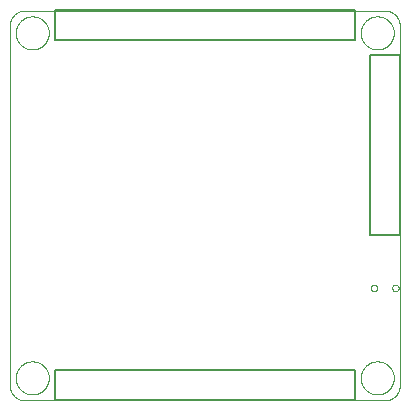
<source format=gbo>
G75*
%MOIN*%
%OFA0B0*%
%FSLAX25Y25*%
%IPPOS*%
%LPD*%
%AMOC8*
5,1,8,0,0,1.08239X$1,22.5*
%
%ADD10C,0.00000*%
%ADD11C,0.00500*%
D10*
X0039428Y0006256D02*
X0039428Y0126217D01*
X0039430Y0126357D01*
X0039436Y0126497D01*
X0039446Y0126637D01*
X0039459Y0126777D01*
X0039477Y0126916D01*
X0039499Y0127055D01*
X0039524Y0127192D01*
X0039553Y0127330D01*
X0039586Y0127466D01*
X0039623Y0127601D01*
X0039664Y0127735D01*
X0039709Y0127868D01*
X0039757Y0128000D01*
X0039809Y0128130D01*
X0039864Y0128259D01*
X0039923Y0128386D01*
X0039986Y0128512D01*
X0040052Y0128636D01*
X0040121Y0128757D01*
X0040194Y0128877D01*
X0040271Y0128995D01*
X0040350Y0129110D01*
X0040433Y0129224D01*
X0040519Y0129334D01*
X0040608Y0129443D01*
X0040700Y0129549D01*
X0040795Y0129652D01*
X0040892Y0129753D01*
X0040993Y0129850D01*
X0041096Y0129945D01*
X0041202Y0130037D01*
X0041311Y0130126D01*
X0041421Y0130212D01*
X0041535Y0130295D01*
X0041650Y0130374D01*
X0041768Y0130451D01*
X0041888Y0130524D01*
X0042009Y0130593D01*
X0042133Y0130659D01*
X0042259Y0130722D01*
X0042386Y0130781D01*
X0042515Y0130836D01*
X0042645Y0130888D01*
X0042777Y0130936D01*
X0042910Y0130981D01*
X0043044Y0131022D01*
X0043179Y0131059D01*
X0043315Y0131092D01*
X0043453Y0131121D01*
X0043590Y0131146D01*
X0043729Y0131168D01*
X0043868Y0131186D01*
X0044008Y0131199D01*
X0044148Y0131209D01*
X0044288Y0131215D01*
X0044428Y0131217D01*
X0164429Y0131217D01*
X0164569Y0131215D01*
X0164709Y0131209D01*
X0164849Y0131199D01*
X0164989Y0131186D01*
X0165128Y0131168D01*
X0165267Y0131146D01*
X0165404Y0131121D01*
X0165542Y0131092D01*
X0165678Y0131059D01*
X0165813Y0131022D01*
X0165947Y0130981D01*
X0166080Y0130936D01*
X0166212Y0130888D01*
X0166342Y0130836D01*
X0166471Y0130781D01*
X0166598Y0130722D01*
X0166724Y0130659D01*
X0166848Y0130593D01*
X0166969Y0130524D01*
X0167089Y0130451D01*
X0167207Y0130374D01*
X0167322Y0130295D01*
X0167436Y0130212D01*
X0167546Y0130126D01*
X0167655Y0130037D01*
X0167761Y0129945D01*
X0167864Y0129850D01*
X0167965Y0129753D01*
X0168062Y0129652D01*
X0168157Y0129549D01*
X0168249Y0129443D01*
X0168338Y0129334D01*
X0168424Y0129224D01*
X0168507Y0129110D01*
X0168586Y0128995D01*
X0168663Y0128877D01*
X0168736Y0128757D01*
X0168805Y0128636D01*
X0168871Y0128512D01*
X0168934Y0128386D01*
X0168993Y0128259D01*
X0169048Y0128130D01*
X0169100Y0128000D01*
X0169148Y0127868D01*
X0169193Y0127735D01*
X0169234Y0127601D01*
X0169271Y0127466D01*
X0169304Y0127330D01*
X0169333Y0127192D01*
X0169358Y0127055D01*
X0169380Y0126916D01*
X0169398Y0126777D01*
X0169411Y0126637D01*
X0169421Y0126497D01*
X0169427Y0126357D01*
X0169429Y0126217D01*
X0169429Y0006256D01*
X0169427Y0006116D01*
X0169421Y0005976D01*
X0169411Y0005836D01*
X0169398Y0005696D01*
X0169380Y0005557D01*
X0169358Y0005418D01*
X0169333Y0005281D01*
X0169304Y0005143D01*
X0169271Y0005007D01*
X0169234Y0004872D01*
X0169193Y0004738D01*
X0169148Y0004605D01*
X0169100Y0004473D01*
X0169048Y0004343D01*
X0168993Y0004214D01*
X0168934Y0004087D01*
X0168871Y0003961D01*
X0168805Y0003837D01*
X0168736Y0003716D01*
X0168663Y0003596D01*
X0168586Y0003478D01*
X0168507Y0003363D01*
X0168424Y0003249D01*
X0168338Y0003139D01*
X0168249Y0003030D01*
X0168157Y0002924D01*
X0168062Y0002821D01*
X0167965Y0002720D01*
X0167864Y0002623D01*
X0167761Y0002528D01*
X0167655Y0002436D01*
X0167546Y0002347D01*
X0167436Y0002261D01*
X0167322Y0002178D01*
X0167207Y0002099D01*
X0167089Y0002022D01*
X0166969Y0001949D01*
X0166848Y0001880D01*
X0166724Y0001814D01*
X0166598Y0001751D01*
X0166471Y0001692D01*
X0166342Y0001637D01*
X0166212Y0001585D01*
X0166080Y0001537D01*
X0165947Y0001492D01*
X0165813Y0001451D01*
X0165678Y0001414D01*
X0165542Y0001381D01*
X0165404Y0001352D01*
X0165267Y0001327D01*
X0165128Y0001305D01*
X0164989Y0001287D01*
X0164849Y0001274D01*
X0164709Y0001264D01*
X0164569Y0001258D01*
X0164429Y0001256D01*
X0044428Y0001256D01*
X0044288Y0001258D01*
X0044148Y0001264D01*
X0044008Y0001274D01*
X0043868Y0001287D01*
X0043729Y0001305D01*
X0043590Y0001327D01*
X0043453Y0001352D01*
X0043315Y0001381D01*
X0043179Y0001414D01*
X0043044Y0001451D01*
X0042910Y0001492D01*
X0042777Y0001537D01*
X0042645Y0001585D01*
X0042515Y0001637D01*
X0042386Y0001692D01*
X0042259Y0001751D01*
X0042133Y0001814D01*
X0042009Y0001880D01*
X0041888Y0001949D01*
X0041768Y0002022D01*
X0041650Y0002099D01*
X0041535Y0002178D01*
X0041421Y0002261D01*
X0041311Y0002347D01*
X0041202Y0002436D01*
X0041096Y0002528D01*
X0040993Y0002623D01*
X0040892Y0002720D01*
X0040795Y0002821D01*
X0040700Y0002924D01*
X0040608Y0003030D01*
X0040519Y0003139D01*
X0040433Y0003249D01*
X0040350Y0003363D01*
X0040271Y0003478D01*
X0040194Y0003596D01*
X0040121Y0003716D01*
X0040052Y0003837D01*
X0039986Y0003961D01*
X0039923Y0004087D01*
X0039864Y0004214D01*
X0039809Y0004343D01*
X0039757Y0004473D01*
X0039709Y0004605D01*
X0039664Y0004738D01*
X0039623Y0004872D01*
X0039586Y0005007D01*
X0039553Y0005143D01*
X0039524Y0005281D01*
X0039499Y0005418D01*
X0039477Y0005557D01*
X0039459Y0005696D01*
X0039446Y0005836D01*
X0039436Y0005976D01*
X0039430Y0006116D01*
X0039428Y0006256D01*
X0041416Y0008756D02*
X0041418Y0008904D01*
X0041424Y0009052D01*
X0041434Y0009200D01*
X0041448Y0009347D01*
X0041466Y0009494D01*
X0041487Y0009640D01*
X0041513Y0009786D01*
X0041543Y0009931D01*
X0041576Y0010075D01*
X0041614Y0010218D01*
X0041655Y0010360D01*
X0041700Y0010501D01*
X0041748Y0010641D01*
X0041801Y0010780D01*
X0041857Y0010917D01*
X0041917Y0011052D01*
X0041980Y0011186D01*
X0042047Y0011318D01*
X0042118Y0011448D01*
X0042192Y0011576D01*
X0042269Y0011702D01*
X0042350Y0011826D01*
X0042434Y0011948D01*
X0042521Y0012067D01*
X0042612Y0012184D01*
X0042706Y0012299D01*
X0042802Y0012411D01*
X0042902Y0012521D01*
X0043004Y0012627D01*
X0043110Y0012731D01*
X0043218Y0012832D01*
X0043329Y0012930D01*
X0043442Y0013026D01*
X0043558Y0013118D01*
X0043676Y0013207D01*
X0043797Y0013292D01*
X0043920Y0013375D01*
X0044045Y0013454D01*
X0044172Y0013530D01*
X0044301Y0013602D01*
X0044432Y0013671D01*
X0044565Y0013736D01*
X0044700Y0013797D01*
X0044836Y0013855D01*
X0044973Y0013910D01*
X0045112Y0013960D01*
X0045253Y0014007D01*
X0045394Y0014050D01*
X0045537Y0014090D01*
X0045681Y0014125D01*
X0045825Y0014157D01*
X0045971Y0014184D01*
X0046117Y0014208D01*
X0046264Y0014228D01*
X0046411Y0014244D01*
X0046558Y0014256D01*
X0046706Y0014264D01*
X0046854Y0014268D01*
X0047002Y0014268D01*
X0047150Y0014264D01*
X0047298Y0014256D01*
X0047445Y0014244D01*
X0047592Y0014228D01*
X0047739Y0014208D01*
X0047885Y0014184D01*
X0048031Y0014157D01*
X0048175Y0014125D01*
X0048319Y0014090D01*
X0048462Y0014050D01*
X0048603Y0014007D01*
X0048744Y0013960D01*
X0048883Y0013910D01*
X0049020Y0013855D01*
X0049156Y0013797D01*
X0049291Y0013736D01*
X0049424Y0013671D01*
X0049555Y0013602D01*
X0049684Y0013530D01*
X0049811Y0013454D01*
X0049936Y0013375D01*
X0050059Y0013292D01*
X0050180Y0013207D01*
X0050298Y0013118D01*
X0050414Y0013026D01*
X0050527Y0012930D01*
X0050638Y0012832D01*
X0050746Y0012731D01*
X0050852Y0012627D01*
X0050954Y0012521D01*
X0051054Y0012411D01*
X0051150Y0012299D01*
X0051244Y0012184D01*
X0051335Y0012067D01*
X0051422Y0011948D01*
X0051506Y0011826D01*
X0051587Y0011702D01*
X0051664Y0011576D01*
X0051738Y0011448D01*
X0051809Y0011318D01*
X0051876Y0011186D01*
X0051939Y0011052D01*
X0051999Y0010917D01*
X0052055Y0010780D01*
X0052108Y0010641D01*
X0052156Y0010501D01*
X0052201Y0010360D01*
X0052242Y0010218D01*
X0052280Y0010075D01*
X0052313Y0009931D01*
X0052343Y0009786D01*
X0052369Y0009640D01*
X0052390Y0009494D01*
X0052408Y0009347D01*
X0052422Y0009200D01*
X0052432Y0009052D01*
X0052438Y0008904D01*
X0052440Y0008756D01*
X0052438Y0008608D01*
X0052432Y0008460D01*
X0052422Y0008312D01*
X0052408Y0008165D01*
X0052390Y0008018D01*
X0052369Y0007872D01*
X0052343Y0007726D01*
X0052313Y0007581D01*
X0052280Y0007437D01*
X0052242Y0007294D01*
X0052201Y0007152D01*
X0052156Y0007011D01*
X0052108Y0006871D01*
X0052055Y0006732D01*
X0051999Y0006595D01*
X0051939Y0006460D01*
X0051876Y0006326D01*
X0051809Y0006194D01*
X0051738Y0006064D01*
X0051664Y0005936D01*
X0051587Y0005810D01*
X0051506Y0005686D01*
X0051422Y0005564D01*
X0051335Y0005445D01*
X0051244Y0005328D01*
X0051150Y0005213D01*
X0051054Y0005101D01*
X0050954Y0004991D01*
X0050852Y0004885D01*
X0050746Y0004781D01*
X0050638Y0004680D01*
X0050527Y0004582D01*
X0050414Y0004486D01*
X0050298Y0004394D01*
X0050180Y0004305D01*
X0050059Y0004220D01*
X0049936Y0004137D01*
X0049811Y0004058D01*
X0049684Y0003982D01*
X0049555Y0003910D01*
X0049424Y0003841D01*
X0049291Y0003776D01*
X0049156Y0003715D01*
X0049020Y0003657D01*
X0048883Y0003602D01*
X0048744Y0003552D01*
X0048603Y0003505D01*
X0048462Y0003462D01*
X0048319Y0003422D01*
X0048175Y0003387D01*
X0048031Y0003355D01*
X0047885Y0003328D01*
X0047739Y0003304D01*
X0047592Y0003284D01*
X0047445Y0003268D01*
X0047298Y0003256D01*
X0047150Y0003248D01*
X0047002Y0003244D01*
X0046854Y0003244D01*
X0046706Y0003248D01*
X0046558Y0003256D01*
X0046411Y0003268D01*
X0046264Y0003284D01*
X0046117Y0003304D01*
X0045971Y0003328D01*
X0045825Y0003355D01*
X0045681Y0003387D01*
X0045537Y0003422D01*
X0045394Y0003462D01*
X0045253Y0003505D01*
X0045112Y0003552D01*
X0044973Y0003602D01*
X0044836Y0003657D01*
X0044700Y0003715D01*
X0044565Y0003776D01*
X0044432Y0003841D01*
X0044301Y0003910D01*
X0044172Y0003982D01*
X0044045Y0004058D01*
X0043920Y0004137D01*
X0043797Y0004220D01*
X0043676Y0004305D01*
X0043558Y0004394D01*
X0043442Y0004486D01*
X0043329Y0004582D01*
X0043218Y0004680D01*
X0043110Y0004781D01*
X0043004Y0004885D01*
X0042902Y0004991D01*
X0042802Y0005101D01*
X0042706Y0005213D01*
X0042612Y0005328D01*
X0042521Y0005445D01*
X0042434Y0005564D01*
X0042350Y0005686D01*
X0042269Y0005810D01*
X0042192Y0005936D01*
X0042118Y0006064D01*
X0042047Y0006194D01*
X0041980Y0006326D01*
X0041917Y0006460D01*
X0041857Y0006595D01*
X0041801Y0006732D01*
X0041748Y0006871D01*
X0041700Y0007011D01*
X0041655Y0007152D01*
X0041614Y0007294D01*
X0041576Y0007437D01*
X0041543Y0007581D01*
X0041513Y0007726D01*
X0041487Y0007872D01*
X0041466Y0008018D01*
X0041448Y0008165D01*
X0041434Y0008312D01*
X0041424Y0008460D01*
X0041418Y0008608D01*
X0041416Y0008756D01*
X0156416Y0008756D02*
X0156418Y0008904D01*
X0156424Y0009052D01*
X0156434Y0009200D01*
X0156448Y0009347D01*
X0156466Y0009494D01*
X0156487Y0009640D01*
X0156513Y0009786D01*
X0156543Y0009931D01*
X0156576Y0010075D01*
X0156614Y0010218D01*
X0156655Y0010360D01*
X0156700Y0010501D01*
X0156748Y0010641D01*
X0156801Y0010780D01*
X0156857Y0010917D01*
X0156917Y0011052D01*
X0156980Y0011186D01*
X0157047Y0011318D01*
X0157118Y0011448D01*
X0157192Y0011576D01*
X0157269Y0011702D01*
X0157350Y0011826D01*
X0157434Y0011948D01*
X0157521Y0012067D01*
X0157612Y0012184D01*
X0157706Y0012299D01*
X0157802Y0012411D01*
X0157902Y0012521D01*
X0158004Y0012627D01*
X0158110Y0012731D01*
X0158218Y0012832D01*
X0158329Y0012930D01*
X0158442Y0013026D01*
X0158558Y0013118D01*
X0158676Y0013207D01*
X0158797Y0013292D01*
X0158920Y0013375D01*
X0159045Y0013454D01*
X0159172Y0013530D01*
X0159301Y0013602D01*
X0159432Y0013671D01*
X0159565Y0013736D01*
X0159700Y0013797D01*
X0159836Y0013855D01*
X0159973Y0013910D01*
X0160112Y0013960D01*
X0160253Y0014007D01*
X0160394Y0014050D01*
X0160537Y0014090D01*
X0160681Y0014125D01*
X0160825Y0014157D01*
X0160971Y0014184D01*
X0161117Y0014208D01*
X0161264Y0014228D01*
X0161411Y0014244D01*
X0161558Y0014256D01*
X0161706Y0014264D01*
X0161854Y0014268D01*
X0162002Y0014268D01*
X0162150Y0014264D01*
X0162298Y0014256D01*
X0162445Y0014244D01*
X0162592Y0014228D01*
X0162739Y0014208D01*
X0162885Y0014184D01*
X0163031Y0014157D01*
X0163175Y0014125D01*
X0163319Y0014090D01*
X0163462Y0014050D01*
X0163603Y0014007D01*
X0163744Y0013960D01*
X0163883Y0013910D01*
X0164020Y0013855D01*
X0164156Y0013797D01*
X0164291Y0013736D01*
X0164424Y0013671D01*
X0164555Y0013602D01*
X0164684Y0013530D01*
X0164811Y0013454D01*
X0164936Y0013375D01*
X0165059Y0013292D01*
X0165180Y0013207D01*
X0165298Y0013118D01*
X0165414Y0013026D01*
X0165527Y0012930D01*
X0165638Y0012832D01*
X0165746Y0012731D01*
X0165852Y0012627D01*
X0165954Y0012521D01*
X0166054Y0012411D01*
X0166150Y0012299D01*
X0166244Y0012184D01*
X0166335Y0012067D01*
X0166422Y0011948D01*
X0166506Y0011826D01*
X0166587Y0011702D01*
X0166664Y0011576D01*
X0166738Y0011448D01*
X0166809Y0011318D01*
X0166876Y0011186D01*
X0166939Y0011052D01*
X0166999Y0010917D01*
X0167055Y0010780D01*
X0167108Y0010641D01*
X0167156Y0010501D01*
X0167201Y0010360D01*
X0167242Y0010218D01*
X0167280Y0010075D01*
X0167313Y0009931D01*
X0167343Y0009786D01*
X0167369Y0009640D01*
X0167390Y0009494D01*
X0167408Y0009347D01*
X0167422Y0009200D01*
X0167432Y0009052D01*
X0167438Y0008904D01*
X0167440Y0008756D01*
X0167438Y0008608D01*
X0167432Y0008460D01*
X0167422Y0008312D01*
X0167408Y0008165D01*
X0167390Y0008018D01*
X0167369Y0007872D01*
X0167343Y0007726D01*
X0167313Y0007581D01*
X0167280Y0007437D01*
X0167242Y0007294D01*
X0167201Y0007152D01*
X0167156Y0007011D01*
X0167108Y0006871D01*
X0167055Y0006732D01*
X0166999Y0006595D01*
X0166939Y0006460D01*
X0166876Y0006326D01*
X0166809Y0006194D01*
X0166738Y0006064D01*
X0166664Y0005936D01*
X0166587Y0005810D01*
X0166506Y0005686D01*
X0166422Y0005564D01*
X0166335Y0005445D01*
X0166244Y0005328D01*
X0166150Y0005213D01*
X0166054Y0005101D01*
X0165954Y0004991D01*
X0165852Y0004885D01*
X0165746Y0004781D01*
X0165638Y0004680D01*
X0165527Y0004582D01*
X0165414Y0004486D01*
X0165298Y0004394D01*
X0165180Y0004305D01*
X0165059Y0004220D01*
X0164936Y0004137D01*
X0164811Y0004058D01*
X0164684Y0003982D01*
X0164555Y0003910D01*
X0164424Y0003841D01*
X0164291Y0003776D01*
X0164156Y0003715D01*
X0164020Y0003657D01*
X0163883Y0003602D01*
X0163744Y0003552D01*
X0163603Y0003505D01*
X0163462Y0003462D01*
X0163319Y0003422D01*
X0163175Y0003387D01*
X0163031Y0003355D01*
X0162885Y0003328D01*
X0162739Y0003304D01*
X0162592Y0003284D01*
X0162445Y0003268D01*
X0162298Y0003256D01*
X0162150Y0003248D01*
X0162002Y0003244D01*
X0161854Y0003244D01*
X0161706Y0003248D01*
X0161558Y0003256D01*
X0161411Y0003268D01*
X0161264Y0003284D01*
X0161117Y0003304D01*
X0160971Y0003328D01*
X0160825Y0003355D01*
X0160681Y0003387D01*
X0160537Y0003422D01*
X0160394Y0003462D01*
X0160253Y0003505D01*
X0160112Y0003552D01*
X0159973Y0003602D01*
X0159836Y0003657D01*
X0159700Y0003715D01*
X0159565Y0003776D01*
X0159432Y0003841D01*
X0159301Y0003910D01*
X0159172Y0003982D01*
X0159045Y0004058D01*
X0158920Y0004137D01*
X0158797Y0004220D01*
X0158676Y0004305D01*
X0158558Y0004394D01*
X0158442Y0004486D01*
X0158329Y0004582D01*
X0158218Y0004680D01*
X0158110Y0004781D01*
X0158004Y0004885D01*
X0157902Y0004991D01*
X0157802Y0005101D01*
X0157706Y0005213D01*
X0157612Y0005328D01*
X0157521Y0005445D01*
X0157434Y0005564D01*
X0157350Y0005686D01*
X0157269Y0005810D01*
X0157192Y0005936D01*
X0157118Y0006064D01*
X0157047Y0006194D01*
X0156980Y0006326D01*
X0156917Y0006460D01*
X0156857Y0006595D01*
X0156801Y0006732D01*
X0156748Y0006871D01*
X0156700Y0007011D01*
X0156655Y0007152D01*
X0156614Y0007294D01*
X0156576Y0007437D01*
X0156543Y0007581D01*
X0156513Y0007726D01*
X0156487Y0007872D01*
X0156466Y0008018D01*
X0156448Y0008165D01*
X0156434Y0008312D01*
X0156424Y0008460D01*
X0156418Y0008608D01*
X0156416Y0008756D01*
X0159802Y0038756D02*
X0159804Y0038821D01*
X0159810Y0038887D01*
X0159820Y0038951D01*
X0159833Y0039015D01*
X0159851Y0039078D01*
X0159872Y0039140D01*
X0159897Y0039200D01*
X0159926Y0039259D01*
X0159958Y0039316D01*
X0159994Y0039371D01*
X0160032Y0039424D01*
X0160074Y0039474D01*
X0160119Y0039522D01*
X0160167Y0039567D01*
X0160217Y0039609D01*
X0160270Y0039647D01*
X0160325Y0039683D01*
X0160382Y0039715D01*
X0160441Y0039744D01*
X0160501Y0039769D01*
X0160563Y0039790D01*
X0160626Y0039808D01*
X0160690Y0039821D01*
X0160754Y0039831D01*
X0160820Y0039837D01*
X0160885Y0039839D01*
X0160950Y0039837D01*
X0161016Y0039831D01*
X0161080Y0039821D01*
X0161144Y0039808D01*
X0161207Y0039790D01*
X0161269Y0039769D01*
X0161329Y0039744D01*
X0161388Y0039715D01*
X0161445Y0039683D01*
X0161500Y0039647D01*
X0161553Y0039609D01*
X0161603Y0039567D01*
X0161651Y0039522D01*
X0161696Y0039474D01*
X0161738Y0039424D01*
X0161776Y0039371D01*
X0161812Y0039316D01*
X0161844Y0039259D01*
X0161873Y0039200D01*
X0161898Y0039140D01*
X0161919Y0039078D01*
X0161937Y0039015D01*
X0161950Y0038951D01*
X0161960Y0038887D01*
X0161966Y0038821D01*
X0161968Y0038756D01*
X0161966Y0038691D01*
X0161960Y0038625D01*
X0161950Y0038561D01*
X0161937Y0038497D01*
X0161919Y0038434D01*
X0161898Y0038372D01*
X0161873Y0038312D01*
X0161844Y0038253D01*
X0161812Y0038196D01*
X0161776Y0038141D01*
X0161738Y0038088D01*
X0161696Y0038038D01*
X0161651Y0037990D01*
X0161603Y0037945D01*
X0161553Y0037903D01*
X0161500Y0037865D01*
X0161445Y0037829D01*
X0161388Y0037797D01*
X0161329Y0037768D01*
X0161269Y0037743D01*
X0161207Y0037722D01*
X0161144Y0037704D01*
X0161080Y0037691D01*
X0161016Y0037681D01*
X0160950Y0037675D01*
X0160885Y0037673D01*
X0160820Y0037675D01*
X0160754Y0037681D01*
X0160690Y0037691D01*
X0160626Y0037704D01*
X0160563Y0037722D01*
X0160501Y0037743D01*
X0160441Y0037768D01*
X0160382Y0037797D01*
X0160325Y0037829D01*
X0160270Y0037865D01*
X0160217Y0037903D01*
X0160167Y0037945D01*
X0160119Y0037990D01*
X0160074Y0038038D01*
X0160032Y0038088D01*
X0159994Y0038141D01*
X0159958Y0038196D01*
X0159926Y0038253D01*
X0159897Y0038312D01*
X0159872Y0038372D01*
X0159851Y0038434D01*
X0159833Y0038497D01*
X0159820Y0038561D01*
X0159810Y0038625D01*
X0159804Y0038691D01*
X0159802Y0038756D01*
X0166889Y0038756D02*
X0166891Y0038821D01*
X0166897Y0038887D01*
X0166907Y0038951D01*
X0166920Y0039015D01*
X0166938Y0039078D01*
X0166959Y0039140D01*
X0166984Y0039200D01*
X0167013Y0039259D01*
X0167045Y0039316D01*
X0167081Y0039371D01*
X0167119Y0039424D01*
X0167161Y0039474D01*
X0167206Y0039522D01*
X0167254Y0039567D01*
X0167304Y0039609D01*
X0167357Y0039647D01*
X0167412Y0039683D01*
X0167469Y0039715D01*
X0167528Y0039744D01*
X0167588Y0039769D01*
X0167650Y0039790D01*
X0167713Y0039808D01*
X0167777Y0039821D01*
X0167841Y0039831D01*
X0167907Y0039837D01*
X0167972Y0039839D01*
X0168037Y0039837D01*
X0168103Y0039831D01*
X0168167Y0039821D01*
X0168231Y0039808D01*
X0168294Y0039790D01*
X0168356Y0039769D01*
X0168416Y0039744D01*
X0168475Y0039715D01*
X0168532Y0039683D01*
X0168587Y0039647D01*
X0168640Y0039609D01*
X0168690Y0039567D01*
X0168738Y0039522D01*
X0168783Y0039474D01*
X0168825Y0039424D01*
X0168863Y0039371D01*
X0168899Y0039316D01*
X0168931Y0039259D01*
X0168960Y0039200D01*
X0168985Y0039140D01*
X0169006Y0039078D01*
X0169024Y0039015D01*
X0169037Y0038951D01*
X0169047Y0038887D01*
X0169053Y0038821D01*
X0169055Y0038756D01*
X0169053Y0038691D01*
X0169047Y0038625D01*
X0169037Y0038561D01*
X0169024Y0038497D01*
X0169006Y0038434D01*
X0168985Y0038372D01*
X0168960Y0038312D01*
X0168931Y0038253D01*
X0168899Y0038196D01*
X0168863Y0038141D01*
X0168825Y0038088D01*
X0168783Y0038038D01*
X0168738Y0037990D01*
X0168690Y0037945D01*
X0168640Y0037903D01*
X0168587Y0037865D01*
X0168532Y0037829D01*
X0168475Y0037797D01*
X0168416Y0037768D01*
X0168356Y0037743D01*
X0168294Y0037722D01*
X0168231Y0037704D01*
X0168167Y0037691D01*
X0168103Y0037681D01*
X0168037Y0037675D01*
X0167972Y0037673D01*
X0167907Y0037675D01*
X0167841Y0037681D01*
X0167777Y0037691D01*
X0167713Y0037704D01*
X0167650Y0037722D01*
X0167588Y0037743D01*
X0167528Y0037768D01*
X0167469Y0037797D01*
X0167412Y0037829D01*
X0167357Y0037865D01*
X0167304Y0037903D01*
X0167254Y0037945D01*
X0167206Y0037990D01*
X0167161Y0038038D01*
X0167119Y0038088D01*
X0167081Y0038141D01*
X0167045Y0038196D01*
X0167013Y0038253D01*
X0166984Y0038312D01*
X0166959Y0038372D01*
X0166938Y0038434D01*
X0166920Y0038497D01*
X0166907Y0038561D01*
X0166897Y0038625D01*
X0166891Y0038691D01*
X0166889Y0038756D01*
X0156416Y0123756D02*
X0156418Y0123904D01*
X0156424Y0124052D01*
X0156434Y0124200D01*
X0156448Y0124347D01*
X0156466Y0124494D01*
X0156487Y0124640D01*
X0156513Y0124786D01*
X0156543Y0124931D01*
X0156576Y0125075D01*
X0156614Y0125218D01*
X0156655Y0125360D01*
X0156700Y0125501D01*
X0156748Y0125641D01*
X0156801Y0125780D01*
X0156857Y0125917D01*
X0156917Y0126052D01*
X0156980Y0126186D01*
X0157047Y0126318D01*
X0157118Y0126448D01*
X0157192Y0126576D01*
X0157269Y0126702D01*
X0157350Y0126826D01*
X0157434Y0126948D01*
X0157521Y0127067D01*
X0157612Y0127184D01*
X0157706Y0127299D01*
X0157802Y0127411D01*
X0157902Y0127521D01*
X0158004Y0127627D01*
X0158110Y0127731D01*
X0158218Y0127832D01*
X0158329Y0127930D01*
X0158442Y0128026D01*
X0158558Y0128118D01*
X0158676Y0128207D01*
X0158797Y0128292D01*
X0158920Y0128375D01*
X0159045Y0128454D01*
X0159172Y0128530D01*
X0159301Y0128602D01*
X0159432Y0128671D01*
X0159565Y0128736D01*
X0159700Y0128797D01*
X0159836Y0128855D01*
X0159973Y0128910D01*
X0160112Y0128960D01*
X0160253Y0129007D01*
X0160394Y0129050D01*
X0160537Y0129090D01*
X0160681Y0129125D01*
X0160825Y0129157D01*
X0160971Y0129184D01*
X0161117Y0129208D01*
X0161264Y0129228D01*
X0161411Y0129244D01*
X0161558Y0129256D01*
X0161706Y0129264D01*
X0161854Y0129268D01*
X0162002Y0129268D01*
X0162150Y0129264D01*
X0162298Y0129256D01*
X0162445Y0129244D01*
X0162592Y0129228D01*
X0162739Y0129208D01*
X0162885Y0129184D01*
X0163031Y0129157D01*
X0163175Y0129125D01*
X0163319Y0129090D01*
X0163462Y0129050D01*
X0163603Y0129007D01*
X0163744Y0128960D01*
X0163883Y0128910D01*
X0164020Y0128855D01*
X0164156Y0128797D01*
X0164291Y0128736D01*
X0164424Y0128671D01*
X0164555Y0128602D01*
X0164684Y0128530D01*
X0164811Y0128454D01*
X0164936Y0128375D01*
X0165059Y0128292D01*
X0165180Y0128207D01*
X0165298Y0128118D01*
X0165414Y0128026D01*
X0165527Y0127930D01*
X0165638Y0127832D01*
X0165746Y0127731D01*
X0165852Y0127627D01*
X0165954Y0127521D01*
X0166054Y0127411D01*
X0166150Y0127299D01*
X0166244Y0127184D01*
X0166335Y0127067D01*
X0166422Y0126948D01*
X0166506Y0126826D01*
X0166587Y0126702D01*
X0166664Y0126576D01*
X0166738Y0126448D01*
X0166809Y0126318D01*
X0166876Y0126186D01*
X0166939Y0126052D01*
X0166999Y0125917D01*
X0167055Y0125780D01*
X0167108Y0125641D01*
X0167156Y0125501D01*
X0167201Y0125360D01*
X0167242Y0125218D01*
X0167280Y0125075D01*
X0167313Y0124931D01*
X0167343Y0124786D01*
X0167369Y0124640D01*
X0167390Y0124494D01*
X0167408Y0124347D01*
X0167422Y0124200D01*
X0167432Y0124052D01*
X0167438Y0123904D01*
X0167440Y0123756D01*
X0167438Y0123608D01*
X0167432Y0123460D01*
X0167422Y0123312D01*
X0167408Y0123165D01*
X0167390Y0123018D01*
X0167369Y0122872D01*
X0167343Y0122726D01*
X0167313Y0122581D01*
X0167280Y0122437D01*
X0167242Y0122294D01*
X0167201Y0122152D01*
X0167156Y0122011D01*
X0167108Y0121871D01*
X0167055Y0121732D01*
X0166999Y0121595D01*
X0166939Y0121460D01*
X0166876Y0121326D01*
X0166809Y0121194D01*
X0166738Y0121064D01*
X0166664Y0120936D01*
X0166587Y0120810D01*
X0166506Y0120686D01*
X0166422Y0120564D01*
X0166335Y0120445D01*
X0166244Y0120328D01*
X0166150Y0120213D01*
X0166054Y0120101D01*
X0165954Y0119991D01*
X0165852Y0119885D01*
X0165746Y0119781D01*
X0165638Y0119680D01*
X0165527Y0119582D01*
X0165414Y0119486D01*
X0165298Y0119394D01*
X0165180Y0119305D01*
X0165059Y0119220D01*
X0164936Y0119137D01*
X0164811Y0119058D01*
X0164684Y0118982D01*
X0164555Y0118910D01*
X0164424Y0118841D01*
X0164291Y0118776D01*
X0164156Y0118715D01*
X0164020Y0118657D01*
X0163883Y0118602D01*
X0163744Y0118552D01*
X0163603Y0118505D01*
X0163462Y0118462D01*
X0163319Y0118422D01*
X0163175Y0118387D01*
X0163031Y0118355D01*
X0162885Y0118328D01*
X0162739Y0118304D01*
X0162592Y0118284D01*
X0162445Y0118268D01*
X0162298Y0118256D01*
X0162150Y0118248D01*
X0162002Y0118244D01*
X0161854Y0118244D01*
X0161706Y0118248D01*
X0161558Y0118256D01*
X0161411Y0118268D01*
X0161264Y0118284D01*
X0161117Y0118304D01*
X0160971Y0118328D01*
X0160825Y0118355D01*
X0160681Y0118387D01*
X0160537Y0118422D01*
X0160394Y0118462D01*
X0160253Y0118505D01*
X0160112Y0118552D01*
X0159973Y0118602D01*
X0159836Y0118657D01*
X0159700Y0118715D01*
X0159565Y0118776D01*
X0159432Y0118841D01*
X0159301Y0118910D01*
X0159172Y0118982D01*
X0159045Y0119058D01*
X0158920Y0119137D01*
X0158797Y0119220D01*
X0158676Y0119305D01*
X0158558Y0119394D01*
X0158442Y0119486D01*
X0158329Y0119582D01*
X0158218Y0119680D01*
X0158110Y0119781D01*
X0158004Y0119885D01*
X0157902Y0119991D01*
X0157802Y0120101D01*
X0157706Y0120213D01*
X0157612Y0120328D01*
X0157521Y0120445D01*
X0157434Y0120564D01*
X0157350Y0120686D01*
X0157269Y0120810D01*
X0157192Y0120936D01*
X0157118Y0121064D01*
X0157047Y0121194D01*
X0156980Y0121326D01*
X0156917Y0121460D01*
X0156857Y0121595D01*
X0156801Y0121732D01*
X0156748Y0121871D01*
X0156700Y0122011D01*
X0156655Y0122152D01*
X0156614Y0122294D01*
X0156576Y0122437D01*
X0156543Y0122581D01*
X0156513Y0122726D01*
X0156487Y0122872D01*
X0156466Y0123018D01*
X0156448Y0123165D01*
X0156434Y0123312D01*
X0156424Y0123460D01*
X0156418Y0123608D01*
X0156416Y0123756D01*
X0041416Y0123756D02*
X0041418Y0123904D01*
X0041424Y0124052D01*
X0041434Y0124200D01*
X0041448Y0124347D01*
X0041466Y0124494D01*
X0041487Y0124640D01*
X0041513Y0124786D01*
X0041543Y0124931D01*
X0041576Y0125075D01*
X0041614Y0125218D01*
X0041655Y0125360D01*
X0041700Y0125501D01*
X0041748Y0125641D01*
X0041801Y0125780D01*
X0041857Y0125917D01*
X0041917Y0126052D01*
X0041980Y0126186D01*
X0042047Y0126318D01*
X0042118Y0126448D01*
X0042192Y0126576D01*
X0042269Y0126702D01*
X0042350Y0126826D01*
X0042434Y0126948D01*
X0042521Y0127067D01*
X0042612Y0127184D01*
X0042706Y0127299D01*
X0042802Y0127411D01*
X0042902Y0127521D01*
X0043004Y0127627D01*
X0043110Y0127731D01*
X0043218Y0127832D01*
X0043329Y0127930D01*
X0043442Y0128026D01*
X0043558Y0128118D01*
X0043676Y0128207D01*
X0043797Y0128292D01*
X0043920Y0128375D01*
X0044045Y0128454D01*
X0044172Y0128530D01*
X0044301Y0128602D01*
X0044432Y0128671D01*
X0044565Y0128736D01*
X0044700Y0128797D01*
X0044836Y0128855D01*
X0044973Y0128910D01*
X0045112Y0128960D01*
X0045253Y0129007D01*
X0045394Y0129050D01*
X0045537Y0129090D01*
X0045681Y0129125D01*
X0045825Y0129157D01*
X0045971Y0129184D01*
X0046117Y0129208D01*
X0046264Y0129228D01*
X0046411Y0129244D01*
X0046558Y0129256D01*
X0046706Y0129264D01*
X0046854Y0129268D01*
X0047002Y0129268D01*
X0047150Y0129264D01*
X0047298Y0129256D01*
X0047445Y0129244D01*
X0047592Y0129228D01*
X0047739Y0129208D01*
X0047885Y0129184D01*
X0048031Y0129157D01*
X0048175Y0129125D01*
X0048319Y0129090D01*
X0048462Y0129050D01*
X0048603Y0129007D01*
X0048744Y0128960D01*
X0048883Y0128910D01*
X0049020Y0128855D01*
X0049156Y0128797D01*
X0049291Y0128736D01*
X0049424Y0128671D01*
X0049555Y0128602D01*
X0049684Y0128530D01*
X0049811Y0128454D01*
X0049936Y0128375D01*
X0050059Y0128292D01*
X0050180Y0128207D01*
X0050298Y0128118D01*
X0050414Y0128026D01*
X0050527Y0127930D01*
X0050638Y0127832D01*
X0050746Y0127731D01*
X0050852Y0127627D01*
X0050954Y0127521D01*
X0051054Y0127411D01*
X0051150Y0127299D01*
X0051244Y0127184D01*
X0051335Y0127067D01*
X0051422Y0126948D01*
X0051506Y0126826D01*
X0051587Y0126702D01*
X0051664Y0126576D01*
X0051738Y0126448D01*
X0051809Y0126318D01*
X0051876Y0126186D01*
X0051939Y0126052D01*
X0051999Y0125917D01*
X0052055Y0125780D01*
X0052108Y0125641D01*
X0052156Y0125501D01*
X0052201Y0125360D01*
X0052242Y0125218D01*
X0052280Y0125075D01*
X0052313Y0124931D01*
X0052343Y0124786D01*
X0052369Y0124640D01*
X0052390Y0124494D01*
X0052408Y0124347D01*
X0052422Y0124200D01*
X0052432Y0124052D01*
X0052438Y0123904D01*
X0052440Y0123756D01*
X0052438Y0123608D01*
X0052432Y0123460D01*
X0052422Y0123312D01*
X0052408Y0123165D01*
X0052390Y0123018D01*
X0052369Y0122872D01*
X0052343Y0122726D01*
X0052313Y0122581D01*
X0052280Y0122437D01*
X0052242Y0122294D01*
X0052201Y0122152D01*
X0052156Y0122011D01*
X0052108Y0121871D01*
X0052055Y0121732D01*
X0051999Y0121595D01*
X0051939Y0121460D01*
X0051876Y0121326D01*
X0051809Y0121194D01*
X0051738Y0121064D01*
X0051664Y0120936D01*
X0051587Y0120810D01*
X0051506Y0120686D01*
X0051422Y0120564D01*
X0051335Y0120445D01*
X0051244Y0120328D01*
X0051150Y0120213D01*
X0051054Y0120101D01*
X0050954Y0119991D01*
X0050852Y0119885D01*
X0050746Y0119781D01*
X0050638Y0119680D01*
X0050527Y0119582D01*
X0050414Y0119486D01*
X0050298Y0119394D01*
X0050180Y0119305D01*
X0050059Y0119220D01*
X0049936Y0119137D01*
X0049811Y0119058D01*
X0049684Y0118982D01*
X0049555Y0118910D01*
X0049424Y0118841D01*
X0049291Y0118776D01*
X0049156Y0118715D01*
X0049020Y0118657D01*
X0048883Y0118602D01*
X0048744Y0118552D01*
X0048603Y0118505D01*
X0048462Y0118462D01*
X0048319Y0118422D01*
X0048175Y0118387D01*
X0048031Y0118355D01*
X0047885Y0118328D01*
X0047739Y0118304D01*
X0047592Y0118284D01*
X0047445Y0118268D01*
X0047298Y0118256D01*
X0047150Y0118248D01*
X0047002Y0118244D01*
X0046854Y0118244D01*
X0046706Y0118248D01*
X0046558Y0118256D01*
X0046411Y0118268D01*
X0046264Y0118284D01*
X0046117Y0118304D01*
X0045971Y0118328D01*
X0045825Y0118355D01*
X0045681Y0118387D01*
X0045537Y0118422D01*
X0045394Y0118462D01*
X0045253Y0118505D01*
X0045112Y0118552D01*
X0044973Y0118602D01*
X0044836Y0118657D01*
X0044700Y0118715D01*
X0044565Y0118776D01*
X0044432Y0118841D01*
X0044301Y0118910D01*
X0044172Y0118982D01*
X0044045Y0119058D01*
X0043920Y0119137D01*
X0043797Y0119220D01*
X0043676Y0119305D01*
X0043558Y0119394D01*
X0043442Y0119486D01*
X0043329Y0119582D01*
X0043218Y0119680D01*
X0043110Y0119781D01*
X0043004Y0119885D01*
X0042902Y0119991D01*
X0042802Y0120101D01*
X0042706Y0120213D01*
X0042612Y0120328D01*
X0042521Y0120445D01*
X0042434Y0120564D01*
X0042350Y0120686D01*
X0042269Y0120810D01*
X0042192Y0120936D01*
X0042118Y0121064D01*
X0042047Y0121194D01*
X0041980Y0121326D01*
X0041917Y0121460D01*
X0041857Y0121595D01*
X0041801Y0121732D01*
X0041748Y0121871D01*
X0041700Y0122011D01*
X0041655Y0122152D01*
X0041614Y0122294D01*
X0041576Y0122437D01*
X0041543Y0122581D01*
X0041513Y0122726D01*
X0041487Y0122872D01*
X0041466Y0123018D01*
X0041448Y0123165D01*
X0041434Y0123312D01*
X0041424Y0123460D01*
X0041418Y0123608D01*
X0041416Y0123756D01*
D11*
X0054428Y0121256D02*
X0054428Y0131256D01*
X0154428Y0131256D01*
X0154428Y0121256D01*
X0054428Y0121256D01*
X0159428Y0116256D02*
X0159428Y0056256D01*
X0169428Y0056256D01*
X0169428Y0116256D01*
X0159428Y0116256D01*
X0154428Y0011256D02*
X0054428Y0011256D01*
X0054428Y0001256D01*
X0154428Y0001256D01*
X0154428Y0011256D01*
M02*

</source>
